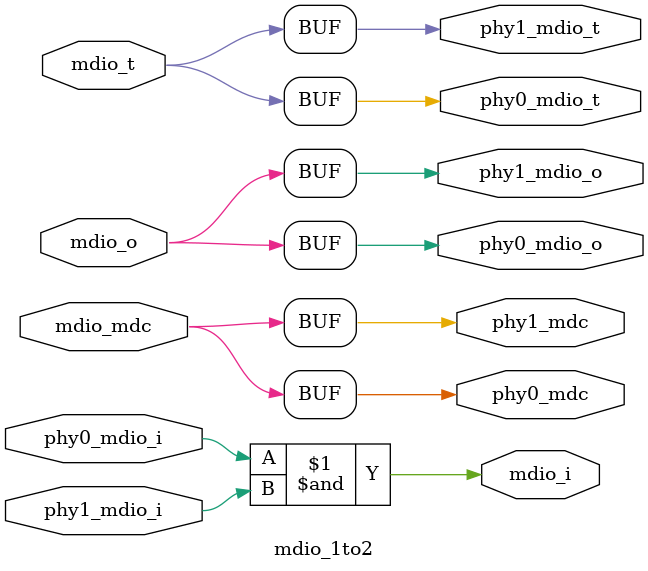
<source format=v>
module mdio_1to2
    (input  wire mdio_mdc,
     input  wire mdio_o,
     input  wire mdio_t,
     output wire mdio_i,
     output wire phy0_mdc,
     output wire phy0_mdio_o,
     output wire phy0_mdio_t,
     input  wire phy0_mdio_i,
     output wire phy1_mdc,
     output wire phy1_mdio_o,
     output wire phy1_mdio_t,
     input  wire phy1_mdio_i
     );
    assign phy0_mdc    = mdio_mdc;
    assign phy0_mdio_t = mdio_t;
    assign phy0_mdio_o = mdio_o;
    assign phy1_mdc    = mdio_mdc;
    assign phy1_mdio_t = mdio_t;
    assign phy1_mdio_o = mdio_o;
    assign mdio_i      = phy0_mdio_i & phy1_mdio_i;
endmodule
</source>
